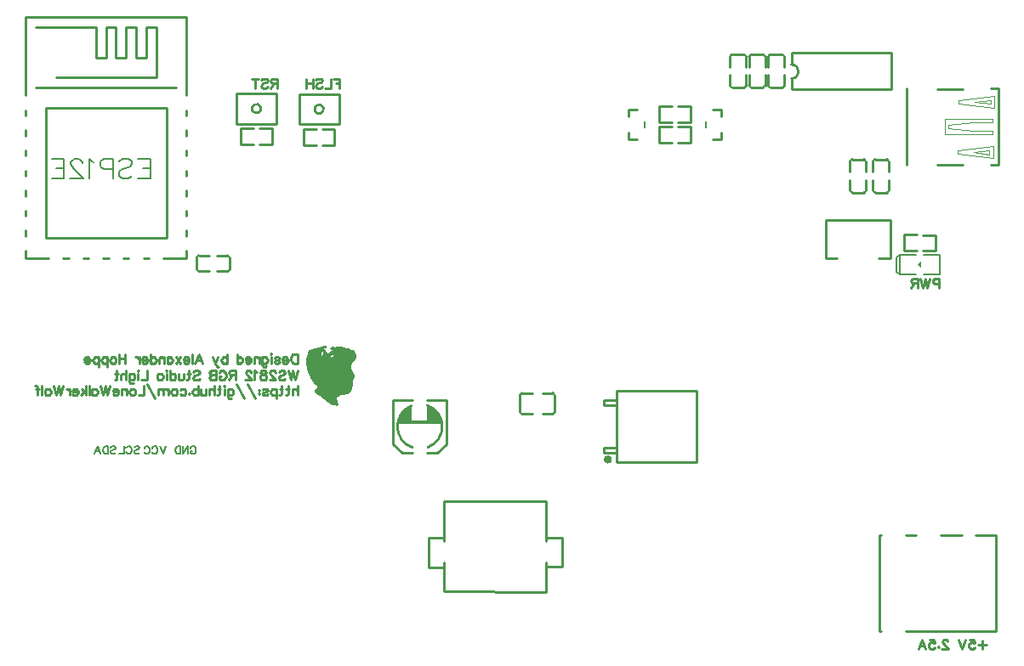
<source format=gbo>
G04 Layer: BottomSilkLayer*
G04 EasyEDA v6.4.7, 2021-01-21T12:31:56+00:00*
G04 8b80c43fe55248bfb6e8376c4506c8f5,74a5fafabdd44b6e8d5e0fe5421ccbd6,10*
G04 Gerber Generator version 0.2*
G04 Scale: 100 percent, Rotated: No, Reflected: No *
G04 Dimensions in millimeters *
G04 leading zeros omitted , absolute positions ,3 integer and 3 decimal *
%FSLAX33Y33*%
%MOMM*%
G90*
D02*

%ADD10C,0.254000*%
%ADD35C,0.101600*%
%ADD36C,0.200000*%
%ADD37C,0.399999*%
%ADD38C,0.250012*%
%ADD39C,0.203200*%

%LPD*%

%LPD*%
G36*
G01X32890Y35514D02*
G01X32872Y35525D01*
G01X32822Y35514D01*
G01X32748Y35487D01*
G01X32659Y35442D01*
G01X32559Y35395D01*
G01X32459Y35355D01*
G01X32371Y35329D01*
G01X32305Y35319D01*
G01X32242Y35314D01*
G01X32162Y35301D01*
G01X32075Y35281D01*
G01X31991Y35257D01*
G01X31947Y35244D01*
G01X31896Y35228D01*
G01X31839Y35211D01*
G01X31779Y35193D01*
G01X31653Y35157D01*
G01X31592Y35140D01*
G01X31535Y35124D01*
G01X31458Y35101D01*
G01X31397Y35080D01*
G01X31351Y35058D01*
G01X31317Y35033D01*
G01X31294Y35004D01*
G01X31280Y34969D01*
G01X31273Y34927D01*
G01X31271Y34874D01*
G01X31268Y34835D01*
G01X31261Y34790D01*
G01X31250Y34741D01*
G01X31236Y34690D01*
G01X31219Y34639D01*
G01X31199Y34588D01*
G01X31177Y34540D01*
G01X31154Y34496D01*
G01X31136Y34462D01*
G01X31120Y34423D01*
G01X31106Y34381D01*
G01X31094Y34334D01*
G01X31084Y34285D01*
G01X31076Y34232D01*
G01X31070Y34176D01*
G01X31065Y34117D01*
G01X31063Y34056D01*
G01X31062Y33993D01*
G01X31063Y33928D01*
G01X31066Y33861D01*
G01X31070Y33792D01*
G01X31077Y33722D01*
G01X31084Y33651D01*
G01X31094Y33579D01*
G01X31105Y33507D01*
G01X31118Y33434D01*
G01X31132Y33361D01*
G01X31148Y33288D01*
G01X31165Y33215D01*
G01X31184Y33143D01*
G01X31204Y33072D01*
G01X31226Y33002D01*
G01X31249Y32933D01*
G01X31274Y32866D01*
G01X31300Y32800D01*
G01X31327Y32736D01*
G01X31366Y32650D01*
G01X31402Y32567D01*
G01X31435Y32491D01*
G01X31463Y32423D01*
G01X31487Y32364D01*
G01X31505Y32318D01*
G01X31516Y32286D01*
G01X31520Y32269D01*
G01X31532Y32238D01*
G01X31566Y32185D01*
G01X31615Y32114D01*
G01X31675Y32035D01*
G01X31736Y31952D01*
G01X31785Y31870D01*
G01X31819Y31798D01*
G01X31831Y31746D01*
G01X31846Y31706D01*
G01X31885Y31668D01*
G01X31945Y31635D01*
G01X32018Y31612D01*
G01X32071Y31598D01*
G01X32115Y31580D01*
G01X32149Y31558D01*
G01X32175Y31532D01*
G01X32192Y31503D01*
G01X32199Y31470D01*
G01X32197Y31434D01*
G01X32185Y31394D01*
G01X32165Y31352D01*
G01X32135Y31306D01*
G01X32096Y31257D01*
G01X32048Y31206D01*
G01X32008Y31164D01*
G01X31974Y31125D01*
G01X31947Y31087D01*
G01X31927Y31051D01*
G01X31913Y31017D01*
G01X31907Y30983D01*
G01X31908Y30950D01*
G01X31916Y30917D01*
G01X31931Y30884D01*
G01X31954Y30850D01*
G01X31985Y30816D01*
G01X32024Y30780D01*
G01X32070Y30743D01*
G01X32125Y30705D01*
G01X32188Y30664D01*
G01X32259Y30619D01*
G01X32298Y30595D01*
G01X32340Y30568D01*
G01X32386Y30538D01*
G01X32434Y30505D01*
G01X32485Y30469D01*
G01X32538Y30432D01*
G01X32592Y30393D01*
G01X32647Y30352D01*
G01X32702Y30310D01*
G01X32758Y30268D01*
G01X32868Y30182D01*
G01X32922Y30139D01*
G01X32974Y30097D01*
G01X33024Y30055D01*
G01X33072Y30014D01*
G01X33134Y29961D01*
G01X33197Y29910D01*
G01X33258Y29861D01*
G01X33318Y29815D01*
G01X33376Y29772D01*
G01X33431Y29732D01*
G01X33482Y29696D01*
G01X33529Y29665D01*
G01X33571Y29639D01*
G01X33607Y29619D01*
G01X33636Y29605D01*
G01X33659Y29598D01*
G01X33769Y29575D01*
G01X33864Y29557D01*
G01X33945Y29542D01*
G01X34013Y29532D01*
G01X34069Y29526D01*
G01X34114Y29525D01*
G01X34150Y29528D01*
G01X34179Y29535D01*
G01X34201Y29546D01*
G01X34219Y29562D01*
G01X34232Y29582D01*
G01X34242Y29607D01*
G01X34248Y29634D01*
G01X34250Y29671D01*
G01X34248Y29716D01*
G01X34242Y29766D01*
G01X34233Y29821D01*
G01X34220Y29879D01*
G01X34204Y29938D01*
G01X34186Y29996D01*
G01X34158Y30082D01*
G01X34137Y30150D01*
G01X34125Y30204D01*
G01X34121Y30246D01*
G01X34126Y30281D01*
G01X34139Y30311D01*
G01X34161Y30339D01*
G01X34191Y30368D01*
G01X34235Y30407D01*
G01X34280Y30442D01*
G01X34326Y30473D01*
G01X34373Y30501D01*
G01X34424Y30525D01*
G01X34479Y30548D01*
G01X34537Y30567D01*
G01X34602Y30584D01*
G01X34672Y30600D01*
G01X34749Y30614D01*
G01X34835Y30627D01*
G01X34929Y30640D01*
G01X35039Y30654D01*
G01X35132Y30671D01*
G01X35209Y30689D01*
G01X35273Y30713D01*
G01X35328Y30741D01*
G01X35377Y30777D01*
G01X35422Y30821D01*
G01X35468Y30874D01*
G01X35501Y30919D01*
G01X35531Y30967D01*
G01X35558Y31021D01*
G01X35584Y31079D01*
G01X35606Y31141D01*
G01X35625Y31207D01*
G01X35642Y31277D01*
G01X35657Y31352D01*
G01X35669Y31430D01*
G01X35678Y31512D01*
G01X35684Y31598D01*
G01X35688Y31688D01*
G01X35689Y31752D01*
G01X35692Y31831D01*
G01X35694Y31914D01*
G01X35696Y31992D01*
G01X35707Y32069D01*
G01X35735Y32148D01*
G01X35774Y32223D01*
G01X35821Y32281D01*
G01X35858Y32318D01*
G01X35888Y32354D01*
G01X35910Y32388D01*
G01X35925Y32424D01*
G01X35931Y32460D01*
G01X35930Y32500D01*
G01X35921Y32544D01*
G01X35903Y32592D01*
G01X35877Y32646D01*
G01X35843Y32708D01*
G01X35799Y32778D01*
G01X35747Y32857D01*
G01X35705Y32922D01*
G01X35668Y32985D01*
G01X35635Y33045D01*
G01X35607Y33104D01*
G01X35584Y33162D01*
G01X35566Y33218D01*
G01X35551Y33274D01*
G01X35542Y33328D01*
G01X35538Y33381D01*
G01X35538Y33434D01*
G01X35543Y33487D01*
G01X35553Y33538D01*
G01X35568Y33591D01*
G01X35587Y33643D01*
G01X35611Y33695D01*
G01X35639Y33748D01*
G01X35673Y33802D01*
G01X35712Y33856D01*
G01X35755Y33912D01*
G01X35802Y33969D01*
G01X35852Y34027D01*
G01X35896Y34082D01*
G01X35935Y34134D01*
G01X35968Y34184D01*
G01X35996Y34233D01*
G01X36019Y34281D01*
G01X36037Y34327D01*
G01X36050Y34373D01*
G01X36058Y34419D01*
G01X36062Y34465D01*
G01X36061Y34513D01*
G01X36055Y34561D01*
G01X36045Y34611D01*
G01X36031Y34664D01*
G01X36012Y34718D01*
G01X35989Y34776D01*
G01X35955Y34852D01*
G01X35922Y34912D01*
G01X35888Y34961D01*
G01X35852Y34998D01*
G01X35812Y35025D01*
G01X35766Y35043D01*
G01X35714Y35053D01*
G01X35653Y35056D01*
G01X35595Y35064D01*
G01X35536Y35087D01*
G01X35481Y35120D01*
G01X35439Y35161D01*
G01X35390Y35204D01*
G01X35325Y35232D01*
G01X35246Y35244D01*
G01X35153Y35240D01*
G01X35069Y35235D01*
G01X34998Y35243D01*
G01X34947Y35262D01*
G01X34921Y35290D01*
G01X34908Y35308D01*
G01X34883Y35325D01*
G01X34848Y35341D01*
G01X34803Y35355D01*
G01X34751Y35369D01*
G01X34693Y35380D01*
G01X34629Y35390D01*
G01X34562Y35398D01*
G01X34493Y35404D01*
G01X34422Y35408D01*
G01X34352Y35409D01*
G01X34284Y35408D01*
G01X34219Y35405D01*
G01X34158Y35399D01*
G01X34103Y35390D01*
G01X34055Y35379D01*
G01X33972Y35361D01*
G01X33893Y35358D01*
G01X33823Y35371D01*
G01X33764Y35398D01*
G01X33701Y35428D01*
G01X33641Y35429D01*
G01X33572Y35398D01*
G01X33484Y35333D01*
G01X33317Y35194D01*
G01X33731Y35074D01*
G01X33568Y35005D01*
G01X33502Y34970D01*
G01X33442Y34926D01*
G01X33395Y34878D01*
G01X33368Y34833D01*
G01X33341Y34781D01*
G01X33307Y34748D01*
G01X33269Y34734D01*
G01X33228Y34738D01*
G01X33185Y34760D01*
G01X33143Y34799D01*
G01X33103Y34855D01*
G01X33067Y34926D01*
G01X33028Y35002D01*
G01X32985Y35065D01*
G01X32943Y35107D01*
G01X32906Y35122D01*
G01X32875Y35127D01*
G01X32850Y35142D01*
G01X32834Y35162D01*
G01X32828Y35188D01*
G01X32837Y35213D01*
G01X32864Y35234D01*
G01X32904Y35248D01*
G01X32952Y35253D01*
G01X33000Y35255D01*
G01X33040Y35261D01*
G01X33067Y35270D01*
G01X33077Y35281D01*
G01X33080Y35300D01*
G01X33089Y35334D01*
G01X33102Y35376D01*
G01X33118Y35422D01*
G01X33133Y35477D01*
G01X33125Y35506D01*
G01X33090Y35512D01*
G01X33025Y35499D01*
G01X32972Y35489D01*
G01X32930Y35488D01*
G01X32900Y35497D01*
G01X32890Y35514D01*
G37*

%LPC*%
G36*
G01X33757Y34543D02*
G01X33720Y34564D01*
G01X33637Y34552D01*
G01X33589Y34532D01*
G01X33549Y34502D01*
G01X33523Y34465D01*
G01X33512Y34428D01*
G01X33526Y34364D01*
G01X33563Y34341D01*
G01X33618Y34358D01*
G01X33687Y34416D01*
G01X33746Y34492D01*
G01X33757Y34543D01*
G37*
G36*
G01X32778Y34995D02*
G01X32776Y35009D01*
G01X32766Y35007D01*
G01X32749Y34990D01*
G01X32725Y34957D01*
G01X32687Y34907D01*
G01X32649Y34866D01*
G01X32617Y34838D01*
G01X32593Y34828D01*
G01X32582Y34812D01*
G01X32575Y34770D01*
G01X32572Y34710D01*
G01X32572Y34640D01*
G01X32575Y34568D01*
G01X32581Y34502D01*
G01X32591Y34450D01*
G01X32604Y34421D01*
G01X32616Y34442D01*
G01X32642Y34511D01*
G01X32676Y34615D01*
G01X32716Y34746D01*
G01X32742Y34839D01*
G01X32762Y34911D01*
G01X32774Y34962D01*
G01X32778Y34995D01*
G37*

%LPD*%
G54D10*
G01X61989Y24855D02*
G01X60689Y24855D01*
G01X60689Y25354D01*
G01X61989Y25354D01*
G01X69939Y23881D02*
G01X61989Y23881D01*
G01X61989Y31028D01*
G01X69939Y31028D01*
G01X69939Y23881D01*
G01X61993Y29577D02*
G01X60693Y29577D01*
G01X60693Y30077D01*
G01X61993Y30077D01*
G01X45028Y30105D02*
G01X45028Y25724D01*
G01X39728Y30105D02*
G01X39728Y25715D01*
G01X45028Y25724D02*
G01X45028Y25704D01*
G01X44128Y24805D01*
G01X40628Y24805D02*
G01X40628Y24815D01*
G01X39728Y25715D01*
G01X44128Y24805D02*
G01X43109Y24805D01*
G01X41646Y24805D02*
G01X40628Y24805D01*
G01X45028Y30105D02*
G01X43109Y30105D01*
G01X41646Y30105D02*
G01X39728Y30105D01*
G01X44791Y16012D02*
G01X44791Y20009D01*
G01X54951Y20009D02*
G01X44791Y20009D01*
G01X44791Y11011D02*
G01X44791Y13911D01*
G01X54951Y16012D02*
G01X54951Y20009D01*
G01X54951Y10967D02*
G01X54951Y13911D01*
G01X54951Y10967D02*
G01X44791Y11011D01*
G01X43221Y16402D02*
G01X43221Y13411D01*
G01X56521Y16377D02*
G01X56521Y13481D01*
G01X44791Y13411D02*
G01X43221Y13411D01*
G01X56521Y13481D02*
G01X54951Y13481D01*
G01X44791Y16402D02*
G01X43221Y16402D01*
G01X56521Y16377D02*
G01X54951Y16377D01*
G01X52311Y30541D02*
G01X52311Y28941D01*
G01X55812Y30541D02*
G01X55812Y28940D01*
G01X53561Y28701D02*
G01X52512Y28701D01*
G01X53561Y30781D02*
G01X52512Y30781D01*
G01X54561Y28701D02*
G01X55611Y28701D01*
G01X54561Y30781D02*
G01X55611Y30781D01*
G01X55812Y30560D02*
G01X55812Y30541D01*
G01X55812Y30580D02*
G01X55812Y30541D01*
G01X55812Y28901D02*
G01X55812Y28940D01*
G01X52311Y30580D02*
G01X52311Y30541D01*
G01X52311Y28901D02*
G01X52311Y28941D01*
G01X3137Y68227D02*
G01X19137Y68227D01*
G01X18137Y61227D02*
G01X4137Y61227D01*
G01X6137Y62227D02*
G01X16137Y62227D01*
G01X16137Y67227D01*
G01X15137Y67227D01*
G01X15137Y64227D01*
G01X14137Y64227D01*
G01X14137Y67227D01*
G01X13137Y67227D01*
G01X13137Y64227D01*
G01X12137Y64227D01*
G01X12137Y67227D01*
G01X11137Y67227D01*
G01X11137Y64227D01*
G01X10137Y64227D01*
G01X10137Y67227D01*
G01X4137Y67227D01*
G01X17137Y59227D02*
G01X17137Y46227D01*
G01X5137Y46227D01*
G01X5137Y59227D01*
G01X17137Y59227D01*
G01X3137Y44227D02*
G01X5408Y44227D01*
G01X6870Y44227D02*
G01X7408Y44227D01*
G01X8870Y44227D02*
G01X9407Y44227D01*
G01X10869Y44227D02*
G01X11408Y44227D01*
G01X12870Y44227D02*
G01X13406Y44227D01*
G01X14869Y44227D02*
G01X15404Y44227D01*
G01X16866Y44227D02*
G01X19137Y44227D01*
G01X19137Y44227D02*
G01X19137Y44974D01*
G01X19137Y46437D02*
G01X19137Y46974D01*
G01X19137Y48437D02*
G01X19137Y48974D01*
G01X19137Y50437D02*
G01X19137Y50974D01*
G01X19137Y52437D02*
G01X19137Y52974D01*
G01X19137Y54437D02*
G01X19137Y54974D01*
G01X19137Y56437D02*
G01X19137Y56974D01*
G01X19137Y58437D02*
G01X19137Y58974D01*
G01X19137Y60437D02*
G01X19137Y68227D01*
G01X3137Y68227D02*
G01X3137Y60437D01*
G01X3137Y58975D02*
G01X3137Y58437D01*
G01X3137Y56975D02*
G01X3137Y56437D01*
G01X3137Y54975D02*
G01X3137Y54437D01*
G01X3137Y52975D02*
G01X3137Y52437D01*
G01X3137Y50975D02*
G01X3137Y50437D01*
G01X3137Y48975D02*
G01X3137Y48437D01*
G01X3137Y46975D02*
G01X3137Y46437D01*
G01X3137Y44975D02*
G01X3137Y44313D01*
G01X30344Y60578D02*
G01X34344Y60578D01*
G01X34344Y57578D01*
G01X30344Y57578D01*
G01X30344Y60578D01*
G01X24122Y60636D02*
G01X28122Y60636D01*
G01X28122Y57636D01*
G01X24122Y57636D01*
G01X24122Y60636D01*
G54D35*
G01X99190Y59586D02*
G01X99190Y59987D01*
G01X97590Y59786D01*
G01X99190Y59586D01*
G54D10*
G01X90808Y57300D02*
G01X90808Y53490D01*
G01X90808Y57300D02*
G01X90808Y61110D01*
G01X93856Y61109D02*
G01X96396Y61109D01*
G01X99190Y61110D02*
G01X99952Y61110D01*
G01X99952Y53490D01*
G01X99190Y53490D01*
G01X96396Y53490D02*
G01X93856Y53490D01*
G54D35*
G01X94618Y58062D02*
G01X94618Y56563D01*
G01X99411Y56563D01*
G01X99411Y56944D01*
G01X97412Y56944D01*
G01X94999Y57147D01*
G01X94999Y57553D01*
G01X97412Y57757D01*
G01X99411Y57757D01*
G01X99411Y58089D01*
G01X94618Y58089D01*
G01X94618Y58062D01*
G01X99488Y54191D02*
G01X99488Y55390D01*
G01X95888Y54940D01*
G01X95888Y54640D01*
G01X99488Y54191D01*
G01X99089Y54589D02*
G01X99089Y54991D01*
G01X97489Y54790D01*
G01X99089Y54589D01*
G01X99589Y59187D02*
G01X99589Y60386D01*
G01X95990Y59936D01*
G01X95990Y59636D01*
G01X99589Y59187D01*
G54D10*
G01X77252Y61237D02*
G01X78452Y61237D01*
G01X77052Y63287D02*
G01X77052Y64287D01*
G01X78652Y63287D02*
G01X78652Y64287D01*
G01X77052Y62487D02*
G01X77052Y61487D01*
G01X78652Y62487D02*
G01X78652Y61487D01*
G01X77252Y64537D02*
G01X78452Y64537D01*
G01X77052Y64337D02*
G01X77052Y64287D01*
G01X78652Y64337D02*
G01X78652Y64287D01*
G01X77052Y61437D02*
G01X77052Y61487D01*
G01X78652Y61438D02*
G01X78652Y61487D01*
G01X82798Y47990D02*
G01X82798Y44190D01*
G01X89198Y44190D02*
G01X89198Y47990D01*
G01X89198Y44190D02*
G01X88073Y44190D01*
G01X83923Y44190D02*
G01X82798Y44190D01*
G01X89198Y47990D02*
G01X82798Y47990D01*
G54D36*
G01X91745Y44587D02*
G01X90145Y44587D01*
G01X90145Y42587D01*
G01X91745Y42587D01*
G01X92545Y42587D02*
G01X94145Y42587D01*
G01X94145Y44587D01*
G01X92545Y44587D01*
G01X90145Y44587D02*
G01X90145Y44587D01*
G01X89845Y44287D01*
G01X89845Y42887D01*
G01X89845Y42887D01*
G01X90145Y42587D01*
G54D10*
G01X89278Y64738D02*
G01X89278Y61038D01*
G01X89278Y61038D02*
G01X79378Y61038D01*
G01X79378Y62126D01*
G01X79375Y63523D02*
G01X79375Y64738D01*
G01X79378Y64738D01*
G01X89278Y64738D01*
G01X33895Y57084D02*
G01X33895Y55483D01*
G01X32044Y55489D02*
G01X30795Y55489D01*
G01X32044Y57089D02*
G01X30795Y57089D01*
G01X32645Y55483D02*
G01X33895Y55483D01*
G01X32645Y57084D02*
G01X33895Y57084D01*
G01X30795Y57089D02*
G01X30795Y55489D01*
G01X93712Y46543D02*
G01X93712Y44942D01*
G01X91861Y44948D02*
G01X90612Y44948D01*
G01X91861Y46548D02*
G01X90612Y46548D01*
G01X92462Y44942D02*
G01X93712Y44942D01*
G01X92462Y46543D02*
G01X93712Y46543D01*
G01X90612Y46548D02*
G01X90612Y44948D01*
G01X27672Y57142D02*
G01X27672Y55542D01*
G01X25821Y55547D02*
G01X24572Y55547D01*
G01X25821Y57147D02*
G01X24572Y57147D01*
G01X26422Y55542D02*
G01X27672Y55542D01*
G01X26422Y57142D02*
G01X27672Y57142D01*
G01X24572Y57147D02*
G01X24572Y55547D01*
G01X85398Y50765D02*
G01X86598Y50765D01*
G01X85198Y52815D02*
G01X85198Y53815D01*
G01X86798Y52815D02*
G01X86798Y53815D01*
G01X85198Y52015D02*
G01X85198Y51015D01*
G01X86798Y52015D02*
G01X86798Y51015D01*
G01X85398Y54065D02*
G01X86598Y54065D01*
G01X85198Y53865D02*
G01X85198Y53815D01*
G01X86798Y53865D02*
G01X86798Y53815D01*
G01X85198Y50965D02*
G01X85198Y51015D01*
G01X86798Y50965D02*
G01X86798Y51015D01*
G01X73442Y61238D02*
G01X74642Y61238D01*
G01X73242Y63287D02*
G01X73242Y64288D01*
G01X74842Y63287D02*
G01X74842Y64288D01*
G01X73242Y62487D02*
G01X73242Y61488D01*
G01X74842Y62487D02*
G01X74842Y61488D01*
G01X73442Y64538D02*
G01X74642Y64538D01*
G01X73242Y64338D02*
G01X73242Y64288D01*
G01X74842Y64337D02*
G01X74842Y64288D01*
G01X73242Y61438D02*
G01X73242Y61488D01*
G01X74842Y61438D02*
G01X74842Y61488D01*
G01X75347Y61238D02*
G01X76547Y61238D01*
G01X75147Y63287D02*
G01X75147Y64288D01*
G01X76747Y63287D02*
G01X76747Y64288D01*
G01X75147Y62487D02*
G01X75147Y61488D01*
G01X76747Y62487D02*
G01X76747Y61488D01*
G01X75347Y64538D02*
G01X76547Y64538D01*
G01X75147Y64338D02*
G01X75147Y64288D01*
G01X76747Y64337D02*
G01X76747Y64288D01*
G01X75147Y61438D02*
G01X75147Y61488D01*
G01X76747Y61438D02*
G01X76747Y61488D01*
G01X87684Y50765D02*
G01X88884Y50765D01*
G01X87484Y52815D02*
G01X87484Y53815D01*
G01X89084Y52815D02*
G01X89084Y53815D01*
G01X87484Y52015D02*
G01X87484Y51015D01*
G01X89084Y52015D02*
G01X89084Y51015D01*
G01X87684Y54065D02*
G01X88884Y54065D01*
G01X87484Y53865D02*
G01X87484Y53815D01*
G01X89084Y53865D02*
G01X89084Y53815D01*
G01X87484Y50965D02*
G01X87484Y51015D01*
G01X89084Y50965D02*
G01X89084Y51015D01*
G01X72364Y58354D02*
G01X72364Y59014D01*
G01X72364Y58354D01*
G01X72364Y59014D01*
G01X71549Y59014D01*
G01X71549Y56093D02*
G01X72364Y56093D01*
G01X72364Y56753D01*
G54D36*
G01X70815Y57254D02*
G01X70815Y57853D01*
G54D10*
G01X63191Y56753D02*
G01X63191Y56094D01*
G01X63191Y56753D01*
G01X63191Y56094D01*
G01X64006Y56094D01*
G01X64006Y59014D02*
G01X63191Y59014D01*
G01X63191Y58354D01*
G54D36*
G01X64740Y57853D02*
G01X64740Y57254D01*
G54D10*
G01X69327Y59370D02*
G01X69327Y57769D01*
G01X67477Y57775D02*
G01X66227Y57775D01*
G01X67477Y59375D02*
G01X66227Y59375D01*
G01X68077Y57769D02*
G01X69327Y57769D01*
G01X68077Y59370D02*
G01X69327Y59370D01*
G01X66227Y59375D02*
G01X66227Y57775D01*
G01X66228Y55737D02*
G01X66228Y57338D01*
G01X68078Y57332D02*
G01X69328Y57332D01*
G01X68078Y55732D02*
G01X69328Y55732D01*
G01X67478Y57338D02*
G01X66228Y57338D01*
G01X67478Y55737D02*
G01X66228Y55737D01*
G01X69328Y55732D02*
G01X69328Y57332D01*
G01X23454Y43110D02*
G01X23454Y44311D01*
G01X21404Y42910D02*
G01X20403Y42910D01*
G01X21404Y44511D02*
G01X20403Y44511D01*
G01X22204Y42910D02*
G01X23203Y42910D01*
G01X22204Y44511D02*
G01X23203Y44511D01*
G01X20153Y43110D02*
G01X20153Y44311D01*
G01X20353Y42910D02*
G01X20403Y42910D01*
G01X20354Y44511D02*
G01X20403Y44511D01*
G01X23254Y42910D02*
G01X23203Y42910D01*
G01X23253Y44511D02*
G01X23203Y44511D01*
G01X88123Y16634D02*
G01X88123Y7033D01*
G01X99723Y7033D02*
G01X99723Y16634D01*
G01X99723Y16634D02*
G01X97727Y16634D01*
G01X96318Y16634D02*
G01X94254Y16634D01*
G01X91791Y16634D02*
G01X90754Y16634D01*
G01X88291Y16634D02*
G01X88123Y16634D01*
G01X99723Y7033D02*
G01X90754Y7033D01*
G01X88291Y7033D02*
G01X88123Y7033D01*
G54D38*
G01X30185Y34686D02*
G01X30185Y33731D01*
G01X30185Y34686D02*
G01X29868Y34686D01*
G01X29731Y34640D01*
G01X29639Y34551D01*
G01X29594Y34460D01*
G01X29548Y34323D01*
G01X29548Y34097D01*
G01X29594Y33959D01*
G01X29639Y33868D01*
G01X29731Y33777D01*
G01X29868Y33731D01*
G01X30185Y33731D01*
G01X29248Y34097D02*
G01X28705Y34097D01*
G01X28705Y34186D01*
G01X28750Y34277D01*
G01X28794Y34323D01*
G01X28885Y34368D01*
G01X29022Y34368D01*
G01X29114Y34323D01*
G01X29202Y34231D01*
G01X29248Y34097D01*
G01X29248Y34005D01*
G01X29202Y33868D01*
G01X29114Y33777D01*
G01X29022Y33731D01*
G01X28885Y33731D01*
G01X28794Y33777D01*
G01X28705Y33868D01*
G01X27905Y34231D02*
G01X27950Y34323D01*
G01X28085Y34368D01*
G01X28222Y34368D01*
G01X28359Y34323D01*
G01X28402Y34231D01*
G01X28359Y34142D01*
G01X28268Y34097D01*
G01X28039Y34051D01*
G01X27950Y34005D01*
G01X27905Y33914D01*
G01X27905Y33868D01*
G01X27950Y33777D01*
G01X28085Y33731D01*
G01X28222Y33731D01*
G01X28359Y33777D01*
G01X28402Y33868D01*
G01X27605Y34686D02*
G01X27559Y34640D01*
G01X27513Y34686D01*
G01X27559Y34732D01*
G01X27605Y34686D01*
G01X27559Y34368D02*
G01X27559Y33731D01*
G01X26668Y34368D02*
G01X26668Y33642D01*
G01X26713Y33505D01*
G01X26759Y33459D01*
G01X26848Y33413D01*
G01X26985Y33413D01*
G01X27076Y33459D01*
G01X26668Y34231D02*
G01X26759Y34323D01*
G01X26848Y34368D01*
G01X26985Y34368D01*
G01X27076Y34323D01*
G01X27168Y34231D01*
G01X27214Y34097D01*
G01X27214Y34005D01*
G01X27168Y33868D01*
G01X27076Y33777D01*
G01X26985Y33731D01*
G01X26848Y33731D01*
G01X26759Y33777D01*
G01X26668Y33868D01*
G01X26368Y34368D02*
G01X26368Y33731D01*
G01X26368Y34186D02*
G01X26231Y34323D01*
G01X26139Y34368D01*
G01X26005Y34368D01*
G01X25913Y34323D01*
G01X25867Y34186D01*
G01X25867Y33731D01*
G01X25568Y34097D02*
G01X25022Y34097D01*
G01X25022Y34186D01*
G01X25067Y34277D01*
G01X25113Y34323D01*
G01X25205Y34368D01*
G01X25339Y34368D01*
G01X25431Y34323D01*
G01X25522Y34231D01*
G01X25568Y34097D01*
G01X25568Y34005D01*
G01X25522Y33868D01*
G01X25431Y33777D01*
G01X25339Y33731D01*
G01X25205Y33731D01*
G01X25113Y33777D01*
G01X25022Y33868D01*
G01X24176Y34686D02*
G01X24176Y33731D01*
G01X24176Y34231D02*
G01X24267Y34323D01*
G01X24359Y34368D01*
G01X24493Y34368D01*
G01X24585Y34323D01*
G01X24676Y34231D01*
G01X24722Y34097D01*
G01X24722Y34005D01*
G01X24676Y33868D01*
G01X24585Y33777D01*
G01X24493Y33731D01*
G01X24359Y33731D01*
G01X24267Y33777D01*
G01X24176Y33868D01*
G01X23178Y34686D02*
G01X23178Y33731D01*
G01X23178Y34231D02*
G01X23086Y34323D01*
G01X22995Y34368D01*
G01X22858Y34368D01*
G01X22766Y34323D01*
G01X22677Y34231D01*
G01X22631Y34097D01*
G01X22631Y34005D01*
G01X22677Y33868D01*
G01X22766Y33777D01*
G01X22858Y33731D01*
G01X22995Y33731D01*
G01X23086Y33777D01*
G01X23178Y33868D01*
G01X22286Y34368D02*
G01X22012Y33731D01*
G01X21740Y34368D02*
G01X22012Y33731D01*
G01X22103Y33551D01*
G01X22195Y33459D01*
G01X22286Y33413D01*
G01X22332Y33413D01*
G01X20376Y34686D02*
G01X20739Y33731D01*
G01X20376Y34686D02*
G01X20013Y33731D01*
G01X20605Y34051D02*
G01X20150Y34051D01*
G01X19713Y34686D02*
G01X19713Y33731D01*
G01X19413Y34097D02*
G01X18867Y34097D01*
G01X18867Y34186D01*
G01X18913Y34277D01*
G01X18959Y34323D01*
G01X19050Y34368D01*
G01X19185Y34368D01*
G01X19276Y34323D01*
G01X19368Y34231D01*
G01X19413Y34097D01*
G01X19413Y34005D01*
G01X19368Y33868D01*
G01X19276Y33777D01*
G01X19185Y33731D01*
G01X19050Y33731D01*
G01X18959Y33777D01*
G01X18867Y33868D01*
G01X18567Y34368D02*
G01X18067Y33731D01*
G01X18067Y34368D02*
G01X18567Y33731D01*
G01X17221Y34368D02*
G01X17221Y33731D01*
G01X17221Y34231D02*
G01X17313Y34323D01*
G01X17404Y34368D01*
G01X17539Y34368D01*
G01X17630Y34323D01*
G01X17722Y34231D01*
G01X17767Y34097D01*
G01X17767Y34005D01*
G01X17722Y33868D01*
G01X17630Y33777D01*
G01X17539Y33731D01*
G01X17404Y33731D01*
G01X17313Y33777D01*
G01X17221Y33868D01*
G01X16922Y34368D02*
G01X16922Y33731D01*
G01X16922Y34186D02*
G01X16784Y34323D01*
G01X16696Y34368D01*
G01X16558Y34368D01*
G01X16467Y34323D01*
G01X16421Y34186D01*
G01X16421Y33731D01*
G01X15575Y34686D02*
G01X15575Y33731D01*
G01X15575Y34231D02*
G01X15667Y34323D01*
G01X15758Y34368D01*
G01X15895Y34368D01*
G01X15984Y34323D01*
G01X16076Y34231D01*
G01X16121Y34097D01*
G01X16121Y34005D01*
G01X16076Y33868D01*
G01X15984Y33777D01*
G01X15895Y33731D01*
G01X15758Y33731D01*
G01X15667Y33777D01*
G01X15575Y33868D01*
G01X15276Y34097D02*
G01X14732Y34097D01*
G01X14732Y34186D01*
G01X14775Y34277D01*
G01X14821Y34323D01*
G01X14912Y34368D01*
G01X15050Y34368D01*
G01X15141Y34323D01*
G01X15230Y34231D01*
G01X15276Y34097D01*
G01X15276Y34005D01*
G01X15230Y33868D01*
G01X15141Y33777D01*
G01X15050Y33731D01*
G01X14912Y33731D01*
G01X14821Y33777D01*
G01X14732Y33868D01*
G01X14430Y34368D02*
G01X14430Y33731D01*
G01X14430Y34097D02*
G01X14387Y34231D01*
G01X14295Y34323D01*
G01X14204Y34368D01*
G01X14067Y34368D01*
G01X13068Y34686D02*
G01X13068Y33731D01*
G01X12431Y34686D02*
G01X12431Y33731D01*
G01X13068Y34231D02*
G01X12431Y34231D01*
G01X11903Y34368D02*
G01X11994Y34323D01*
G01X12085Y34231D01*
G01X12131Y34097D01*
G01X12131Y34005D01*
G01X12085Y33868D01*
G01X11994Y33777D01*
G01X11903Y33731D01*
G01X11768Y33731D01*
G01X11676Y33777D01*
G01X11585Y33868D01*
G01X11539Y34005D01*
G01X11539Y34097D01*
G01X11585Y34231D01*
G01X11676Y34323D01*
G01X11768Y34368D01*
G01X11903Y34368D01*
G01X11240Y34368D02*
G01X11240Y33413D01*
G01X11240Y34231D02*
G01X11148Y34323D01*
G01X11059Y34368D01*
G01X10922Y34368D01*
G01X10831Y34323D01*
G01X10739Y34231D01*
G01X10693Y34097D01*
G01X10693Y34005D01*
G01X10739Y33868D01*
G01X10831Y33777D01*
G01X10922Y33731D01*
G01X11059Y33731D01*
G01X11148Y33777D01*
G01X11240Y33868D01*
G01X10394Y34368D02*
G01X10394Y33413D01*
G01X10394Y34231D02*
G01X10305Y34323D01*
G01X10213Y34368D01*
G01X10076Y34368D01*
G01X9985Y34323D01*
G01X9893Y34231D01*
G01X9850Y34097D01*
G01X9850Y34005D01*
G01X9893Y33868D01*
G01X9985Y33777D01*
G01X10076Y33731D01*
G01X10213Y33731D01*
G01X10305Y33777D01*
G01X10394Y33868D01*
G01X9548Y34097D02*
G01X9004Y34097D01*
G01X9004Y34186D01*
G01X9050Y34277D01*
G01X9093Y34323D01*
G01X9185Y34368D01*
G01X9322Y34368D01*
G01X9413Y34323D01*
G01X9505Y34231D01*
G01X9548Y34097D01*
G01X9548Y34005D01*
G01X9505Y33868D01*
G01X9413Y33777D01*
G01X9322Y33731D01*
G01X9185Y33731D01*
G01X9093Y33777D01*
G01X9004Y33868D01*
G01X30185Y33036D02*
G01X29958Y32081D01*
G01X29731Y33036D02*
G01X29958Y32081D01*
G01X29731Y33036D02*
G01X29504Y32081D01*
G01X29276Y33036D02*
G01X29504Y32081D01*
G01X28340Y32899D02*
G01X28431Y32990D01*
G01X28567Y33036D01*
G01X28749Y33036D01*
G01X28885Y32990D01*
G01X28976Y32899D01*
G01X28976Y32808D01*
G01X28931Y32717D01*
G01X28885Y32672D01*
G01X28795Y32627D01*
G01X28522Y32536D01*
G01X28431Y32490D01*
G01X28385Y32445D01*
G01X28340Y32354D01*
G01X28340Y32217D01*
G01X28431Y32127D01*
G01X28567Y32081D01*
G01X28749Y32081D01*
G01X28885Y32127D01*
G01X28976Y32217D01*
G01X27995Y32808D02*
G01X27995Y32854D01*
G01X27949Y32945D01*
G01X27904Y32990D01*
G01X27813Y33036D01*
G01X27631Y33036D01*
G01X27540Y32990D01*
G01X27495Y32945D01*
G01X27449Y32854D01*
G01X27449Y32763D01*
G01X27495Y32672D01*
G01X27586Y32536D01*
G01X28040Y32081D01*
G01X27404Y32081D01*
G01X26876Y33036D02*
G01X27013Y32990D01*
G01X27058Y32899D01*
G01X27058Y32808D01*
G01X27013Y32717D01*
G01X26922Y32672D01*
G01X26740Y32627D01*
G01X26604Y32581D01*
G01X26513Y32490D01*
G01X26467Y32399D01*
G01X26467Y32263D01*
G01X26513Y32172D01*
G01X26558Y32127D01*
G01X26695Y32081D01*
G01X26876Y32081D01*
G01X27013Y32127D01*
G01X27058Y32172D01*
G01X27104Y32263D01*
G01X27104Y32399D01*
G01X27058Y32490D01*
G01X26967Y32581D01*
G01X26831Y32627D01*
G01X26649Y32672D01*
G01X26558Y32717D01*
G01X26513Y32808D01*
G01X26513Y32899D01*
G01X26558Y32990D01*
G01X26695Y33036D01*
G01X26876Y33036D01*
G01X26167Y32854D02*
G01X26076Y32899D01*
G01X25940Y33036D01*
G01X25940Y32081D01*
G01X25595Y32808D02*
G01X25595Y32854D01*
G01X25549Y32945D01*
G01X25504Y32990D01*
G01X25413Y33036D01*
G01X25231Y33036D01*
G01X25140Y32990D01*
G01X25095Y32945D01*
G01X25049Y32854D01*
G01X25049Y32763D01*
G01X25095Y32672D01*
G01X25186Y32536D01*
G01X25640Y32081D01*
G01X25004Y32081D01*
G01X24004Y33036D02*
G01X24004Y32081D01*
G01X24004Y33036D02*
G01X23595Y33036D01*
G01X23458Y32990D01*
G01X23413Y32945D01*
G01X23367Y32854D01*
G01X23367Y32763D01*
G01X23413Y32672D01*
G01X23458Y32627D01*
G01X23595Y32581D01*
G01X24004Y32581D01*
G01X23686Y32581D02*
G01X23367Y32081D01*
G01X22386Y32808D02*
G01X22431Y32899D01*
G01X22522Y32990D01*
G01X22613Y33036D01*
G01X22795Y33036D01*
G01X22886Y32990D01*
G01X22976Y32899D01*
G01X23022Y32808D01*
G01X23067Y32672D01*
G01X23067Y32445D01*
G01X23022Y32308D01*
G01X22976Y32217D01*
G01X22886Y32127D01*
G01X22795Y32081D01*
G01X22613Y32081D01*
G01X22522Y32127D01*
G01X22431Y32217D01*
G01X22386Y32308D01*
G01X22386Y32445D01*
G01X22613Y32445D02*
G01X22386Y32445D01*
G01X22086Y33036D02*
G01X22086Y32081D01*
G01X22086Y33036D02*
G01X21676Y33036D01*
G01X21540Y32990D01*
G01X21495Y32945D01*
G01X21449Y32854D01*
G01X21449Y32763D01*
G01X21495Y32672D01*
G01X21540Y32627D01*
G01X21676Y32581D01*
G01X22086Y32581D02*
G01X21676Y32581D01*
G01X21540Y32536D01*
G01X21495Y32490D01*
G01X21449Y32399D01*
G01X21449Y32263D01*
G01X21495Y32172D01*
G01X21540Y32127D01*
G01X21676Y32081D01*
G01X22086Y32081D01*
G01X19813Y32899D02*
G01X19904Y32990D01*
G01X20040Y33036D01*
G01X20222Y33036D01*
G01X20358Y32990D01*
G01X20449Y32899D01*
G01X20449Y32808D01*
G01X20404Y32717D01*
G01X20358Y32672D01*
G01X20267Y32627D01*
G01X19995Y32536D01*
G01X19904Y32490D01*
G01X19858Y32445D01*
G01X19813Y32354D01*
G01X19813Y32217D01*
G01X19904Y32127D01*
G01X20040Y32081D01*
G01X20222Y32081D01*
G01X20358Y32127D01*
G01X20449Y32217D01*
G01X19376Y33036D02*
G01X19376Y32263D01*
G01X19331Y32127D01*
G01X19240Y32081D01*
G01X19149Y32081D01*
G01X19513Y32717D02*
G01X19195Y32717D01*
G01X18849Y32717D02*
G01X18849Y32263D01*
G01X18804Y32127D01*
G01X18713Y32081D01*
G01X18576Y32081D01*
G01X18486Y32127D01*
G01X18349Y32263D01*
G01X18349Y32717D02*
G01X18349Y32081D01*
G01X17504Y33036D02*
G01X17504Y32081D01*
G01X17504Y32581D02*
G01X17595Y32672D01*
G01X17686Y32717D01*
G01X17822Y32717D01*
G01X17913Y32672D01*
G01X18004Y32581D01*
G01X18049Y32445D01*
G01X18049Y32354D01*
G01X18004Y32217D01*
G01X17913Y32127D01*
G01X17822Y32081D01*
G01X17686Y32081D01*
G01X17595Y32127D01*
G01X17504Y32217D01*
G01X17204Y33036D02*
G01X17158Y32990D01*
G01X17113Y33036D01*
G01X17158Y33081D01*
G01X17204Y33036D01*
G01X17158Y32717D02*
G01X17158Y32081D01*
G01X16586Y32717D02*
G01X16676Y32672D01*
G01X16767Y32581D01*
G01X16813Y32445D01*
G01X16813Y32354D01*
G01X16767Y32217D01*
G01X16676Y32127D01*
G01X16586Y32081D01*
G01X16449Y32081D01*
G01X16358Y32127D01*
G01X16267Y32217D01*
G01X16222Y32354D01*
G01X16222Y32445D01*
G01X16267Y32581D01*
G01X16358Y32672D01*
G01X16449Y32717D01*
G01X16586Y32717D01*
G01X15222Y33036D02*
G01X15222Y32081D01*
G01X15222Y32081D02*
G01X14676Y32081D01*
G01X14376Y33036D02*
G01X14331Y32990D01*
G01X14286Y33036D01*
G01X14331Y33081D01*
G01X14376Y33036D01*
G01X14331Y32717D02*
G01X14331Y32081D01*
G01X13440Y32717D02*
G01X13440Y31990D01*
G01X13486Y31854D01*
G01X13531Y31808D01*
G01X13622Y31763D01*
G01X13758Y31763D01*
G01X13849Y31808D01*
G01X13440Y32581D02*
G01X13531Y32672D01*
G01X13622Y32717D01*
G01X13758Y32717D01*
G01X13849Y32672D01*
G01X13940Y32581D01*
G01X13986Y32445D01*
G01X13986Y32354D01*
G01X13940Y32217D01*
G01X13849Y32127D01*
G01X13758Y32081D01*
G01X13622Y32081D01*
G01X13531Y32127D01*
G01X13440Y32217D01*
G01X13140Y33036D02*
G01X13140Y32081D01*
G01X13140Y32536D02*
G01X13004Y32672D01*
G01X12913Y32717D01*
G01X12776Y32717D01*
G01X12686Y32672D01*
G01X12640Y32536D01*
G01X12640Y32081D01*
G01X12204Y33036D02*
G01X12204Y32263D01*
G01X12158Y32127D01*
G01X12067Y32081D01*
G01X11976Y32081D01*
G01X12340Y32717D02*
G01X12022Y32717D01*
G01X30185Y31512D02*
G01X30185Y30557D01*
G01X30185Y31012D02*
G01X30049Y31148D01*
G01X29958Y31193D01*
G01X29822Y31193D01*
G01X29731Y31148D01*
G01X29685Y31012D01*
G01X29685Y30557D01*
G01X29249Y31512D02*
G01X29249Y30739D01*
G01X29204Y30603D01*
G01X29113Y30557D01*
G01X29022Y30557D01*
G01X29385Y31193D02*
G01X29067Y31193D01*
G01X28585Y31512D02*
G01X28585Y30739D01*
G01X28540Y30603D01*
G01X28449Y30557D01*
G01X28358Y30557D01*
G01X28722Y31193D02*
G01X28404Y31193D01*
G01X28058Y31193D02*
G01X28058Y30239D01*
G01X28058Y31057D02*
G01X27967Y31148D01*
G01X27876Y31193D01*
G01X27740Y31193D01*
G01X27649Y31148D01*
G01X27558Y31057D01*
G01X27513Y30921D01*
G01X27513Y30830D01*
G01X27558Y30693D01*
G01X27649Y30603D01*
G01X27740Y30557D01*
G01X27876Y30557D01*
G01X27967Y30603D01*
G01X28058Y30693D01*
G01X26713Y31057D02*
G01X26758Y31148D01*
G01X26895Y31193D01*
G01X27031Y31193D01*
G01X27167Y31148D01*
G01X27213Y31057D01*
G01X27167Y30966D01*
G01X27076Y30921D01*
G01X26849Y30875D01*
G01X26758Y30830D01*
G01X26713Y30739D01*
G01X26713Y30693D01*
G01X26758Y30603D01*
G01X26895Y30557D01*
G01X27031Y30557D01*
G01X27167Y30603D01*
G01X27213Y30693D01*
G01X26367Y31103D02*
G01X26413Y31057D01*
G01X26367Y31012D01*
G01X26322Y31057D01*
G01X26367Y31103D01*
G01X26367Y30784D02*
G01X26413Y30739D01*
G01X26367Y30693D01*
G01X26322Y30739D01*
G01X26367Y30784D01*
G01X25204Y31693D02*
G01X26022Y30239D01*
G01X24086Y31693D02*
G01X24904Y30239D01*
G01X23240Y31193D02*
G01X23240Y30466D01*
G01X23286Y30330D01*
G01X23331Y30284D01*
G01X23422Y30239D01*
G01X23558Y30239D01*
G01X23649Y30284D01*
G01X23240Y31057D02*
G01X23331Y31148D01*
G01X23422Y31193D01*
G01X23558Y31193D01*
G01X23649Y31148D01*
G01X23740Y31057D01*
G01X23786Y30921D01*
G01X23786Y30830D01*
G01X23740Y30693D01*
G01X23649Y30603D01*
G01X23558Y30557D01*
G01X23422Y30557D01*
G01X23331Y30603D01*
G01X23240Y30693D01*
G01X22940Y31512D02*
G01X22895Y31466D01*
G01X22849Y31512D01*
G01X22895Y31557D01*
G01X22940Y31512D01*
G01X22895Y31193D02*
G01X22895Y30557D01*
G01X22413Y31512D02*
G01X22413Y30739D01*
G01X22367Y30603D01*
G01X22276Y30557D01*
G01X22186Y30557D01*
G01X22549Y31193D02*
G01X22231Y31193D01*
G01X21886Y31512D02*
G01X21886Y30557D01*
G01X21886Y31012D02*
G01X21749Y31148D01*
G01X21658Y31193D01*
G01X21522Y31193D01*
G01X21431Y31148D01*
G01X21386Y31012D01*
G01X21386Y30557D01*
G01X21086Y31193D02*
G01X21086Y30739D01*
G01X21040Y30603D01*
G01X20949Y30557D01*
G01X20813Y30557D01*
G01X20722Y30603D01*
G01X20586Y30739D01*
G01X20586Y31193D02*
G01X20586Y30557D01*
G01X20286Y31512D02*
G01X20286Y30557D01*
G01X20286Y31057D02*
G01X20195Y31148D01*
G01X20104Y31193D01*
G01X19967Y31193D01*
G01X19876Y31148D01*
G01X19786Y31057D01*
G01X19740Y30921D01*
G01X19740Y30830D01*
G01X19786Y30693D01*
G01X19876Y30603D01*
G01X19967Y30557D01*
G01X20104Y30557D01*
G01X20195Y30603D01*
G01X20286Y30693D01*
G01X19395Y30784D02*
G01X19440Y30739D01*
G01X19395Y30693D01*
G01X19349Y30739D01*
G01X19395Y30784D01*
G01X18504Y31057D02*
G01X18595Y31148D01*
G01X18686Y31193D01*
G01X18822Y31193D01*
G01X18913Y31148D01*
G01X19004Y31057D01*
G01X19049Y30921D01*
G01X19049Y30830D01*
G01X19004Y30693D01*
G01X18913Y30603D01*
G01X18822Y30557D01*
G01X18686Y30557D01*
G01X18595Y30603D01*
G01X18504Y30693D01*
G01X17976Y31193D02*
G01X18067Y31148D01*
G01X18158Y31057D01*
G01X18204Y30921D01*
G01X18204Y30830D01*
G01X18158Y30693D01*
G01X18067Y30603D01*
G01X17976Y30557D01*
G01X17840Y30557D01*
G01X17749Y30603D01*
G01X17658Y30693D01*
G01X17613Y30830D01*
G01X17613Y30921D01*
G01X17658Y31057D01*
G01X17749Y31148D01*
G01X17840Y31193D01*
G01X17976Y31193D01*
G01X17313Y31193D02*
G01X17313Y30557D01*
G01X17313Y31012D02*
G01X17176Y31148D01*
G01X17086Y31193D01*
G01X16949Y31193D01*
G01X16858Y31148D01*
G01X16813Y31012D01*
G01X16813Y30557D01*
G01X16813Y31012D02*
G01X16676Y31148D01*
G01X16586Y31193D01*
G01X16449Y31193D01*
G01X16358Y31148D01*
G01X16313Y31012D01*
G01X16313Y30557D01*
G01X15195Y31693D02*
G01X16013Y30239D01*
G01X14895Y31512D02*
G01X14895Y30557D01*
G01X14895Y30557D02*
G01X14349Y30557D01*
G01X13822Y31193D02*
G01X13913Y31148D01*
G01X14004Y31057D01*
G01X14049Y30921D01*
G01X14049Y30830D01*
G01X14004Y30693D01*
G01X13913Y30603D01*
G01X13822Y30557D01*
G01X13686Y30557D01*
G01X13595Y30603D01*
G01X13504Y30693D01*
G01X13458Y30830D01*
G01X13458Y30921D01*
G01X13504Y31057D01*
G01X13595Y31148D01*
G01X13686Y31193D01*
G01X13822Y31193D01*
G01X13158Y31193D02*
G01X13158Y30557D01*
G01X13158Y31012D02*
G01X13022Y31148D01*
G01X12931Y31193D01*
G01X12795Y31193D01*
G01X12704Y31148D01*
G01X12658Y31012D01*
G01X12658Y30557D01*
G01X12358Y30921D02*
G01X11813Y30921D01*
G01X11813Y31012D01*
G01X11858Y31103D01*
G01X11904Y31148D01*
G01X11995Y31193D01*
G01X12131Y31193D01*
G01X12222Y31148D01*
G01X12313Y31057D01*
G01X12358Y30921D01*
G01X12358Y30830D01*
G01X12313Y30693D01*
G01X12222Y30603D01*
G01X12131Y30557D01*
G01X11995Y30557D01*
G01X11904Y30603D01*
G01X11813Y30693D01*
G01X11513Y31512D02*
G01X11286Y30557D01*
G01X11058Y31512D02*
G01X11286Y30557D01*
G01X11058Y31512D02*
G01X10831Y30557D01*
G01X10604Y31512D02*
G01X10831Y30557D01*
G01X9758Y31193D02*
G01X9758Y30557D01*
G01X9758Y31057D02*
G01X9849Y31148D01*
G01X9940Y31193D01*
G01X10076Y31193D01*
G01X10167Y31148D01*
G01X10258Y31057D01*
G01X10304Y30921D01*
G01X10304Y30830D01*
G01X10258Y30693D01*
G01X10167Y30603D01*
G01X10076Y30557D01*
G01X9940Y30557D01*
G01X9849Y30603D01*
G01X9758Y30693D01*
G01X9458Y31512D02*
G01X9458Y30557D01*
G01X9158Y31512D02*
G01X9158Y30557D01*
G01X8704Y31193D02*
G01X9158Y30739D01*
G01X8976Y30921D02*
G01X8658Y30557D01*
G01X8358Y30921D02*
G01X7813Y30921D01*
G01X7813Y31012D01*
G01X7858Y31103D01*
G01X7904Y31148D01*
G01X7995Y31193D01*
G01X8131Y31193D01*
G01X8222Y31148D01*
G01X8313Y31057D01*
G01X8358Y30921D01*
G01X8358Y30830D01*
G01X8313Y30693D01*
G01X8222Y30603D01*
G01X8131Y30557D01*
G01X7995Y30557D01*
G01X7904Y30603D01*
G01X7813Y30693D01*
G01X7513Y31193D02*
G01X7513Y30557D01*
G01X7513Y30921D02*
G01X7467Y31057D01*
G01X7376Y31148D01*
G01X7286Y31193D01*
G01X7149Y31193D01*
G01X6849Y31512D02*
G01X6622Y30557D01*
G01X6395Y31512D02*
G01X6622Y30557D01*
G01X6395Y31512D02*
G01X6167Y30557D01*
G01X5940Y31512D02*
G01X6167Y30557D01*
G01X5413Y31193D02*
G01X5504Y31148D01*
G01X5595Y31057D01*
G01X5640Y30921D01*
G01X5640Y30830D01*
G01X5595Y30693D01*
G01X5504Y30603D01*
G01X5413Y30557D01*
G01X5276Y30557D01*
G01X5186Y30603D01*
G01X5095Y30693D01*
G01X5049Y30830D01*
G01X5049Y30921D01*
G01X5095Y31057D01*
G01X5186Y31148D01*
G01X5276Y31193D01*
G01X5413Y31193D01*
G01X4749Y31512D02*
G01X4749Y30557D01*
G01X4086Y31512D02*
G01X4176Y31512D01*
G01X4267Y31466D01*
G01X4313Y31330D01*
G01X4313Y30557D01*
G01X4449Y31193D02*
G01X4131Y31193D01*
G01X98356Y6102D02*
G01X98356Y5284D01*
G01X98765Y5693D02*
G01X97947Y5693D01*
G01X97102Y6239D02*
G01X97556Y6239D01*
G01X97602Y5830D01*
G01X97556Y5875D01*
G01X97420Y5920D01*
G01X97284Y5920D01*
G01X97147Y5875D01*
G01X97056Y5784D01*
G01X97011Y5648D01*
G01X97011Y5557D01*
G01X97056Y5420D01*
G01X97147Y5330D01*
G01X97284Y5284D01*
G01X97420Y5284D01*
G01X97556Y5330D01*
G01X97602Y5375D01*
G01X97647Y5466D01*
G01X96711Y6239D02*
G01X96347Y5284D01*
G01X95984Y6239D02*
G01X96347Y5284D01*
G01X94938Y6011D02*
G01X94938Y6057D01*
G01X94893Y6148D01*
G01X94847Y6193D01*
G01X94756Y6239D01*
G01X94575Y6239D01*
G01X94484Y6193D01*
G01X94438Y6148D01*
G01X94393Y6057D01*
G01X94393Y5966D01*
G01X94438Y5875D01*
G01X94529Y5739D01*
G01X94984Y5284D01*
G01X94347Y5284D01*
G01X94002Y5511D02*
G01X94047Y5466D01*
G01X94002Y5420D01*
G01X93956Y5466D01*
G01X94002Y5511D01*
G01X93111Y6239D02*
G01X93566Y6239D01*
G01X93611Y5830D01*
G01X93566Y5875D01*
G01X93429Y5920D01*
G01X93293Y5920D01*
G01X93156Y5875D01*
G01X93066Y5784D01*
G01X93020Y5648D01*
G01X93020Y5557D01*
G01X93066Y5420D01*
G01X93156Y5330D01*
G01X93293Y5284D01*
G01X93429Y5284D01*
G01X93566Y5330D01*
G01X93611Y5375D01*
G01X93656Y5466D01*
G01X92356Y6239D02*
G01X92720Y5284D01*
G01X92356Y6239D02*
G01X91993Y5284D01*
G01X92584Y5602D02*
G01X92129Y5602D01*
G01X34376Y62119D02*
G01X34376Y61164D01*
G01X34376Y62119D02*
G01X33786Y62119D01*
G01X34376Y61664D02*
G01X34013Y61664D01*
G01X33486Y62119D02*
G01X33486Y61164D01*
G01X33486Y61164D02*
G01X32940Y61164D01*
G01X32004Y61982D02*
G01X32095Y62073D01*
G01X32231Y62119D01*
G01X32413Y62119D01*
G01X32549Y62073D01*
G01X32640Y61982D01*
G01X32640Y61891D01*
G01X32595Y61800D01*
G01X32549Y61755D01*
G01X32458Y61710D01*
G01X32186Y61619D01*
G01X32095Y61573D01*
G01X32049Y61528D01*
G01X32004Y61437D01*
G01X32004Y61300D01*
G01X32095Y61210D01*
G01X32231Y61164D01*
G01X32413Y61164D01*
G01X32549Y61210D01*
G01X32640Y61300D01*
G01X31704Y62119D02*
G01X31704Y61164D01*
G01X31067Y62119D02*
G01X31067Y61164D01*
G01X31704Y61664D02*
G01X31067Y61664D01*
G01X28153Y62119D02*
G01X28153Y61164D01*
G01X28153Y62119D02*
G01X27744Y62119D01*
G01X27608Y62073D01*
G01X27563Y62028D01*
G01X27517Y61937D01*
G01X27517Y61846D01*
G01X27563Y61755D01*
G01X27608Y61710D01*
G01X27744Y61664D01*
G01X28153Y61664D01*
G01X27835Y61664D02*
G01X27517Y61164D01*
G01X26581Y61982D02*
G01X26672Y62073D01*
G01X26808Y62119D01*
G01X26990Y62119D01*
G01X27126Y62073D01*
G01X27217Y61982D01*
G01X27217Y61891D01*
G01X27172Y61800D01*
G01X27126Y61755D01*
G01X27035Y61710D01*
G01X26763Y61619D01*
G01X26672Y61573D01*
G01X26626Y61528D01*
G01X26581Y61437D01*
G01X26581Y61300D01*
G01X26672Y61210D01*
G01X26808Y61164D01*
G01X26990Y61164D01*
G01X27126Y61210D01*
G01X27217Y61300D01*
G01X25963Y62119D02*
G01X25963Y61164D01*
G01X26281Y62119D02*
G01X25644Y62119D01*
G01X94066Y42180D02*
G01X94066Y41225D01*
G01X94066Y42180D02*
G01X93657Y42180D01*
G01X93521Y42134D01*
G01X93476Y42089D01*
G01X93430Y41998D01*
G01X93430Y41861D01*
G01X93476Y41771D01*
G01X93521Y41725D01*
G01X93657Y41680D01*
G01X94066Y41680D01*
G01X93130Y42180D02*
G01X92903Y41225D01*
G01X92676Y42180D02*
G01X92903Y41225D01*
G01X92676Y42180D02*
G01X92448Y41225D01*
G01X92221Y42180D02*
G01X92448Y41225D01*
G01X91921Y42180D02*
G01X91921Y41225D01*
G01X91921Y42180D02*
G01X91512Y42180D01*
G01X91376Y42134D01*
G01X91330Y42089D01*
G01X91285Y41998D01*
G01X91285Y41907D01*
G01X91330Y41816D01*
G01X91376Y41771D01*
G01X91512Y41725D01*
G01X91921Y41725D01*
G01X91603Y41725D02*
G01X91285Y41225D01*
G54D39*
G01X15538Y54133D02*
G01X15538Y52195D01*
G01X15538Y54133D02*
G01X14336Y54133D01*
G01X15538Y53211D02*
G01X14799Y53211D01*
G01X15538Y52195D02*
G01X14336Y52195D01*
G01X12434Y53856D02*
G01X12619Y54042D01*
G01X12896Y54133D01*
G01X13265Y54133D01*
G01X13544Y54042D01*
G01X13727Y53856D01*
G01X13727Y53674D01*
G01X13635Y53488D01*
G01X13544Y53394D01*
G01X13359Y53303D01*
G01X12805Y53117D01*
G01X12619Y53026D01*
G01X12528Y52934D01*
G01X12434Y52749D01*
G01X12434Y52472D01*
G01X12619Y52287D01*
G01X12896Y52195D01*
G01X13265Y52195D01*
G01X13544Y52287D01*
G01X13727Y52472D01*
G01X11824Y54133D02*
G01X11824Y52195D01*
G01X11824Y54133D02*
G01X10994Y54133D01*
G01X10717Y54042D01*
G01X10623Y53950D01*
G01X10531Y53765D01*
G01X10531Y53488D01*
G01X10623Y53303D01*
G01X10717Y53211D01*
G01X10994Y53117D01*
G01X11824Y53117D01*
G01X9922Y53765D02*
G01X9736Y53856D01*
G01X9460Y54133D01*
G01X9460Y52195D01*
G01X8759Y53674D02*
G01X8759Y53765D01*
G01X8667Y53950D01*
G01X8573Y54042D01*
G01X8388Y54133D01*
G01X8019Y54133D01*
G01X7834Y54042D01*
G01X7743Y53950D01*
G01X7651Y53765D01*
G01X7651Y53580D01*
G01X7743Y53394D01*
G01X7928Y53117D01*
G01X8850Y52195D01*
G01X7557Y52195D01*
G01X6948Y54133D02*
G01X6948Y52195D01*
G01X6948Y54133D02*
G01X5746Y54133D01*
G01X6948Y53211D02*
G01X6208Y53211D01*
G01X6948Y52195D02*
G01X5746Y52195D01*
G01X17094Y25472D02*
G01X16805Y24707D01*
G01X16515Y25472D02*
G01X16805Y24707D01*
G01X15728Y25289D02*
G01X15766Y25362D01*
G01X15837Y25433D01*
G01X15911Y25472D01*
G01X16058Y25472D01*
G01X16127Y25433D01*
G01X16203Y25362D01*
G01X16236Y25289D01*
G01X16274Y25179D01*
G01X16274Y24999D01*
G01X16236Y24890D01*
G01X16203Y24816D01*
G01X16127Y24743D01*
G01X16058Y24707D01*
G01X15911Y24707D01*
G01X15837Y24743D01*
G01X15766Y24816D01*
G01X15728Y24890D01*
G01X14943Y25289D02*
G01X14981Y25362D01*
G01X15052Y25433D01*
G01X15123Y25472D01*
G01X15268Y25472D01*
G01X15344Y25433D01*
G01X15418Y25362D01*
G01X15454Y25289D01*
G01X15489Y25179D01*
G01X15489Y24999D01*
G01X15454Y24890D01*
G01X15418Y24816D01*
G01X15344Y24743D01*
G01X15268Y24707D01*
G01X15123Y24707D01*
G01X15052Y24743D01*
G01X14981Y24816D01*
G01X14943Y24890D01*
G01X19551Y25286D02*
G01X19589Y25360D01*
G01X19660Y25431D01*
G01X19733Y25469D01*
G01X19878Y25469D01*
G01X19952Y25431D01*
G01X20023Y25360D01*
G01X20061Y25286D01*
G01X20097Y25177D01*
G01X20097Y24997D01*
G01X20061Y24887D01*
G01X20023Y24814D01*
G01X19952Y24740D01*
G01X19878Y24704D01*
G01X19733Y24704D01*
G01X19660Y24740D01*
G01X19589Y24814D01*
G01X19551Y24887D01*
G01X19551Y24997D01*
G01X19733Y24997D02*
G01X19551Y24997D01*
G01X19312Y25469D02*
G01X19312Y24704D01*
G01X19312Y25469D02*
G01X18801Y24704D01*
G01X18801Y25469D02*
G01X18801Y24704D01*
G01X18563Y25469D02*
G01X18563Y24704D01*
G01X18563Y25469D02*
G01X18309Y25469D01*
G01X18199Y25431D01*
G01X18126Y25360D01*
G01X18090Y25286D01*
G01X18052Y25177D01*
G01X18052Y24997D01*
G01X18090Y24887D01*
G01X18126Y24814D01*
G01X18199Y24740D01*
G01X18309Y24704D01*
G01X18563Y24704D01*
G01X13937Y25383D02*
G01X14011Y25454D01*
G01X14120Y25492D01*
G01X14265Y25492D01*
G01X14374Y25454D01*
G01X14445Y25383D01*
G01X14445Y25309D01*
G01X14412Y25238D01*
G01X14374Y25200D01*
G01X14300Y25164D01*
G01X14085Y25091D01*
G01X14011Y25055D01*
G01X13975Y25019D01*
G01X13937Y24946D01*
G01X13937Y24837D01*
G01X14011Y24763D01*
G01X14120Y24727D01*
G01X14265Y24727D01*
G01X14374Y24763D01*
G01X14445Y24837D01*
G01X13152Y25309D02*
G01X13190Y25383D01*
G01X13262Y25454D01*
G01X13333Y25492D01*
G01X13480Y25492D01*
G01X13554Y25454D01*
G01X13625Y25383D01*
G01X13663Y25309D01*
G01X13698Y25200D01*
G01X13698Y25019D01*
G01X13663Y24910D01*
G01X13625Y24837D01*
G01X13554Y24763D01*
G01X13480Y24727D01*
G01X13333Y24727D01*
G01X13262Y24763D01*
G01X13190Y24837D01*
G01X13152Y24910D01*
G01X12914Y25492D02*
G01X12914Y24727D01*
G01X12914Y24727D02*
G01X12474Y24727D01*
G01X11588Y25372D02*
G01X11659Y25444D01*
G01X11768Y25482D01*
G01X11913Y25482D01*
G01X12022Y25444D01*
G01X12096Y25372D01*
G01X12096Y25299D01*
G01X12060Y25228D01*
G01X12022Y25190D01*
G01X11951Y25154D01*
G01X11732Y25080D01*
G01X11659Y25045D01*
G01X11623Y25009D01*
G01X11588Y24936D01*
G01X11588Y24826D01*
G01X11659Y24753D01*
G01X11768Y24717D01*
G01X11913Y24717D01*
G01X12022Y24753D01*
G01X12096Y24826D01*
G01X11346Y25482D02*
G01X11346Y24717D01*
G01X11346Y25482D02*
G01X11092Y25482D01*
G01X10983Y25444D01*
G01X10910Y25372D01*
G01X10874Y25299D01*
G01X10838Y25190D01*
G01X10838Y25009D01*
G01X10874Y24900D01*
G01X10910Y24826D01*
G01X10983Y24753D01*
G01X11092Y24717D01*
G01X11346Y24717D01*
G01X10308Y25482D02*
G01X10597Y24717D01*
G01X10308Y25482D02*
G01X10015Y24717D01*
G01X10488Y24971D02*
G01X10125Y24971D01*
G54D37*
G75*
G01X61089Y24356D02*
G02X61086Y24356I-1J-200D01*
G01*
G54D10*
G75*
G01X43128Y29555D02*
G02X43197Y25381I-750J-2100D01*
G01*
G75*
G01X41628Y25355D02*
G02X41520Y29513I750J2100D01*
G01*
G75*
G01X55612Y30781D02*
G02X55812Y30581I0J-200D01*
G01*
G75*
G01X55612Y28701D02*
G03X55812Y28901I0J200D01*
G01*
G75*
G01X52512Y30781D02*
G03X52312Y30581I0J-200D01*
G01*
G75*
G01X52512Y28701D02*
G02X52312Y28901I0J200D01*
G01*
G75*
G01X32545Y59478D02*
G02X32453Y59512I-200J-400D01*
G01*
G75*
G01X26322Y59536D02*
G02X26231Y59570I-200J-400D01*
G01*
G75*
G01X77252Y64538D02*
G03X77052Y64338I0J-200D01*
G01*
G75*
G01X78452Y64538D02*
G02X78652Y64338I0J-200D01*
G01*
G75*
G01X77252Y61238D02*
G02X77052Y61438I0J200D01*
G01*
G75*
G01X78452Y61238D02*
G03X78652Y61438I0J200D01*
G01*
G75*
G01X79376Y62126D02*
G03X79376Y63523I0J699D01*
G01*
G75*
G01X85398Y54066D02*
G03X85198Y53866I0J-200D01*
G01*
G75*
G01X86598Y54066D02*
G02X86798Y53866I0J-200D01*
G01*
G75*
G01X85398Y50766D02*
G02X85198Y50966I0J200D01*
G01*
G75*
G01X86598Y50766D02*
G03X86798Y50966I0J200D01*
G01*
G75*
G01X73442Y64538D02*
G03X73243Y64338I0J-200D01*
G01*
G75*
G01X74643Y64538D02*
G02X74843Y64338I0J-200D01*
G01*
G75*
G01X73442Y61238D02*
G02X73243Y61438I0J200D01*
G01*
G75*
G01X74643Y61238D02*
G03X74843Y61438I0J200D01*
G01*
G75*
G01X75347Y64538D02*
G03X75148Y64338I0J-200D01*
G01*
G75*
G01X76548Y64538D02*
G02X76748Y64338I0J-200D01*
G01*
G75*
G01X75347Y61238D02*
G02X75148Y61438I0J200D01*
G01*
G75*
G01X76548Y61238D02*
G03X76748Y61438I0J200D01*
G01*
G75*
G01X87684Y54066D02*
G03X87484Y53866I0J-200D01*
G01*
G75*
G01X88884Y54066D02*
G02X89084Y53866I0J-200D01*
G01*
G75*
G01X87684Y50766D02*
G02X87484Y50966I0J200D01*
G01*
G75*
G01X88884Y50766D02*
G03X89084Y50966I0J200D01*
G01*
G75*
G01X20154Y43111D02*
G03X20354Y42911I200J0D01*
G01*
G75*
G01X20154Y44311D02*
G02X20354Y44511I200J0D01*
G01*
G75*
G01X23454Y43111D02*
G02X23254Y42911I-200J0D01*
G01*
G75*
G01X23454Y44311D02*
G03X23254Y44511I-200J0D01*
G01*

%LPD*%
G36*
G01X43427Y29404D02*
G01X43127Y29555D01*
G01X43127Y28055D01*
G01X41577Y28055D01*
G01X41577Y29505D01*
G01X41328Y29404D01*
G01X41128Y29255D01*
G01X40777Y28904D01*
G01X40477Y28555D01*
G01X40327Y28105D01*
G01X40228Y27704D01*
G01X44577Y27704D01*
G01X44527Y28055D01*
G01X44428Y28305D01*
G01X44277Y28555D01*
G01X44127Y28805D01*
G01X43928Y29105D01*
G01X43728Y29255D01*
G01X43427Y29404D01*
G37*

%LPD*%
G36*
G01X92245Y43187D02*
G01X92245Y43987D01*
G01X91945Y43587D01*
G01X92245Y43187D01*
G37*
M00*
M02*

</source>
